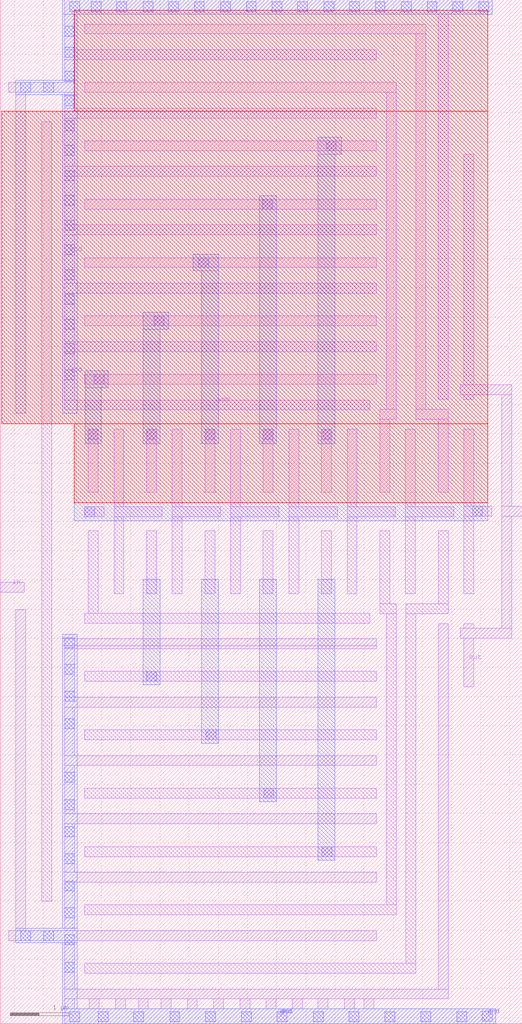
<source format=lef>
VERSION 5.7 ;
  NOWIREEXTENSIONATPIN ON ;
  DIVIDERCHAR "/" ;
  BUSBITCHARS "[]" ;
MACRO CP
  CLASS CORE ;
  FOREIGN CP ;
  ORIGIN 0.000 0.000 ;
  SIZE 20.670 BY 6.400 ;
  SITE unithddb1 ;
  PIN VDD
    DIRECTION INOUT ;
    USE POWER ;
    PORT
      LAYER nwell ;
        RECT 0.120 4.670 20.660 6.260 ;
        RECT 0.120 4.360 8.160 4.670 ;
        RECT 1.960 4.230 8.160 4.360 ;
        RECT 2.300 4.080 8.160 4.230 ;
        RECT 2.410 4.030 8.160 4.080 ;
        RECT 11.580 3.930 20.660 4.670 ;
        RECT 11.580 3.890 19.420 3.930 ;
        RECT 11.580 3.880 12.880 3.890 ;
        RECT 11.580 3.580 12.510 3.880 ;
      LAYER li1 ;
        RECT 0.000 6.070 20.660 6.240 ;
        RECT 2.480 5.850 20.480 6.070 ;
        RECT 13.380 4.200 20.150 4.410 ;
      LAYER mcon ;
        RECT 0.210 6.070 0.380 6.240 ;
        RECT 0.550 6.070 0.720 6.240 ;
        RECT 0.890 6.070 1.060 6.240 ;
        RECT 1.230 6.070 1.400 6.240 ;
        RECT 1.570 6.070 1.740 6.240 ;
        RECT 1.910 6.070 2.080 6.240 ;
        RECT 2.250 6.070 2.420 6.240 ;
        RECT 2.590 6.070 2.760 6.240 ;
        RECT 2.930 6.070 3.100 6.240 ;
        RECT 3.270 6.070 3.440 6.240 ;
        RECT 3.610 6.070 3.780 6.240 ;
        RECT 3.950 6.070 4.120 6.240 ;
        RECT 4.290 6.070 4.460 6.240 ;
        RECT 4.630 6.070 4.800 6.240 ;
        RECT 4.970 6.070 5.140 6.240 ;
        RECT 5.310 6.070 5.480 6.240 ;
        RECT 5.650 6.070 5.820 6.240 ;
        RECT 5.990 6.070 6.160 6.240 ;
        RECT 6.330 6.070 6.500 6.240 ;
        RECT 6.670 6.070 6.840 6.240 ;
        RECT 7.010 6.070 7.180 6.240 ;
        RECT 7.350 6.070 7.520 6.240 ;
        RECT 7.690 6.070 7.860 6.240 ;
        RECT 8.030 6.070 8.200 6.240 ;
        RECT 8.370 6.070 8.540 6.240 ;
        RECT 8.710 6.070 8.880 6.240 ;
        RECT 9.050 6.070 9.220 6.240 ;
        RECT 9.390 6.070 9.560 6.240 ;
        RECT 9.730 6.070 9.900 6.240 ;
        RECT 10.070 6.070 10.240 6.240 ;
        RECT 10.410 6.070 10.580 6.240 ;
        RECT 10.750 6.070 10.920 6.240 ;
        RECT 11.090 6.070 11.260 6.240 ;
        RECT 11.430 6.070 11.600 6.240 ;
        RECT 11.770 6.070 11.940 6.240 ;
        RECT 12.110 6.070 12.280 6.240 ;
        RECT 12.450 6.070 12.620 6.240 ;
        RECT 12.790 6.070 12.960 6.240 ;
        RECT 13.130 6.070 13.300 6.240 ;
        RECT 13.470 6.070 13.640 6.240 ;
        RECT 13.810 6.070 13.980 6.240 ;
        RECT 14.150 6.070 14.320 6.240 ;
        RECT 14.490 6.070 14.660 6.240 ;
        RECT 14.830 6.070 15.000 6.240 ;
        RECT 15.170 6.070 15.340 6.240 ;
        RECT 15.510 6.070 15.680 6.240 ;
        RECT 15.850 6.070 16.020 6.240 ;
        RECT 16.190 6.070 16.360 6.240 ;
        RECT 16.530 6.070 16.700 6.240 ;
        RECT 16.870 6.070 17.040 6.240 ;
        RECT 17.210 6.070 17.380 6.240 ;
        RECT 17.550 6.070 17.720 6.240 ;
        RECT 17.890 6.070 18.060 6.240 ;
        RECT 18.230 6.070 18.400 6.240 ;
        RECT 18.570 6.070 18.740 6.240 ;
        RECT 18.910 6.070 19.080 6.240 ;
        RECT 19.250 6.070 19.420 6.240 ;
        RECT 19.590 6.070 19.760 6.240 ;
        RECT 19.930 6.070 20.100 6.240 ;
        RECT 20.270 6.070 20.440 6.240 ;
        RECT 18.820 4.220 18.990 4.390 ;
        RECT 19.250 4.220 19.420 4.390 ;
      LAYER met1 ;
        RECT 0.000 5.920 20.660 6.400 ;
        RECT 18.760 4.460 19.460 5.920 ;
        RECT 18.760 4.160 19.480 4.460 ;
    END
    PORT
      LAYER nwell ;
        RECT 0.600 1.170 3.150 1.680 ;
        RECT 0.600 0.320 3.900 1.170 ;
        RECT 10.550 1.150 11.390 1.600 ;
        RECT 10.550 0.310 12.410 1.150 ;
      LAYER li1 ;
        RECT 3.220 0.320 3.900 0.730 ;
        RECT 11.600 0.320 12.410 0.820 ;
        RECT 0.000 0.150 20.670 0.320 ;
      LAYER mcon ;
        RECT 0.210 0.150 0.380 0.320 ;
        RECT 0.550 0.150 0.720 0.320 ;
        RECT 0.890 0.150 1.060 0.320 ;
        RECT 1.230 0.150 1.400 0.320 ;
        RECT 1.570 0.150 1.740 0.320 ;
        RECT 1.910 0.150 2.080 0.320 ;
        RECT 2.250 0.150 2.420 0.320 ;
        RECT 2.590 0.150 2.760 0.320 ;
        RECT 2.930 0.150 3.100 0.320 ;
        RECT 3.270 0.150 3.440 0.320 ;
        RECT 3.610 0.150 3.780 0.320 ;
        RECT 3.950 0.150 4.120 0.320 ;
        RECT 4.290 0.150 4.460 0.320 ;
        RECT 4.630 0.150 4.800 0.320 ;
        RECT 4.970 0.150 5.140 0.320 ;
        RECT 5.310 0.150 5.480 0.320 ;
        RECT 5.650 0.150 5.820 0.320 ;
        RECT 5.990 0.150 6.160 0.320 ;
        RECT 6.330 0.150 6.500 0.320 ;
        RECT 6.670 0.150 6.840 0.320 ;
        RECT 7.010 0.150 7.180 0.320 ;
        RECT 7.350 0.150 7.520 0.320 ;
        RECT 7.690 0.150 7.860 0.320 ;
        RECT 8.030 0.150 8.200 0.320 ;
        RECT 8.370 0.150 8.540 0.320 ;
        RECT 8.710 0.150 8.880 0.320 ;
        RECT 9.050 0.150 9.220 0.320 ;
        RECT 9.390 0.150 9.560 0.320 ;
        RECT 9.730 0.150 9.900 0.320 ;
        RECT 10.070 0.150 10.240 0.320 ;
        RECT 10.410 0.150 10.580 0.320 ;
        RECT 10.750 0.150 10.920 0.320 ;
        RECT 11.090 0.150 11.260 0.320 ;
        RECT 11.430 0.150 11.600 0.320 ;
        RECT 11.770 0.150 11.940 0.320 ;
        RECT 12.110 0.150 12.280 0.320 ;
        RECT 12.450 0.150 12.620 0.320 ;
        RECT 12.790 0.150 12.960 0.320 ;
        RECT 13.130 0.150 13.300 0.320 ;
        RECT 13.470 0.150 13.640 0.320 ;
        RECT 13.810 0.150 13.980 0.320 ;
        RECT 14.150 0.150 14.320 0.320 ;
        RECT 14.490 0.150 14.660 0.320 ;
        RECT 14.830 0.150 15.000 0.320 ;
        RECT 15.170 0.150 15.340 0.320 ;
        RECT 15.510 0.150 15.680 0.320 ;
        RECT 15.850 0.150 16.020 0.320 ;
        RECT 16.190 0.150 16.360 0.320 ;
        RECT 16.530 0.150 16.700 0.320 ;
        RECT 16.870 0.150 17.040 0.320 ;
        RECT 17.210 0.150 17.380 0.320 ;
        RECT 17.550 0.150 17.720 0.320 ;
        RECT 17.890 0.150 18.060 0.320 ;
        RECT 18.230 0.150 18.400 0.320 ;
        RECT 18.570 0.150 18.740 0.320 ;
        RECT 18.910 0.150 19.080 0.320 ;
        RECT 19.250 0.150 19.420 0.320 ;
        RECT 19.590 0.150 19.760 0.320 ;
        RECT 19.930 0.150 20.100 0.320 ;
      LAYER met1 ;
        RECT 0.000 0.000 20.670 0.480 ;
    END
  END VDD
  PIN GND
    DIRECTION INOUT ;
    USE GROUND ;
    PORT
      LAYER li1 ;
        RECT 1.300 3.270 6.370 3.550 ;
        RECT 8.600 3.270 9.020 3.520 ;
        RECT 0.010 3.100 10.410 3.270 ;
        RECT 11.140 3.100 20.660 3.270 ;
        RECT 0.930 2.040 1.120 3.100 ;
        RECT 2.170 2.040 2.360 3.100 ;
        RECT 4.010 2.730 9.250 3.100 ;
        RECT 12.080 2.820 19.570 3.100 ;
        RECT 4.010 2.720 9.420 2.730 ;
        RECT 3.880 2.550 9.420 2.720 ;
        RECT 4.620 2.540 9.420 2.550 ;
      LAYER mcon ;
        RECT 0.210 3.100 0.380 3.270 ;
        RECT 0.550 3.100 0.720 3.270 ;
        RECT 0.890 3.100 1.060 3.270 ;
        RECT 1.230 3.100 1.400 3.270 ;
        RECT 1.570 3.100 1.740 3.270 ;
        RECT 1.910 3.100 2.080 3.270 ;
        RECT 2.250 3.100 2.420 3.270 ;
        RECT 2.590 3.100 2.760 3.270 ;
        RECT 2.930 3.100 3.100 3.270 ;
        RECT 3.270 3.100 3.440 3.270 ;
        RECT 3.610 3.100 3.780 3.270 ;
        RECT 3.950 3.100 4.120 3.270 ;
        RECT 4.290 3.100 4.460 3.270 ;
        RECT 4.630 3.100 4.800 3.270 ;
        RECT 4.970 3.100 5.140 3.270 ;
        RECT 5.310 3.100 5.480 3.270 ;
        RECT 5.650 3.100 5.820 3.270 ;
        RECT 5.990 3.100 6.160 3.270 ;
        RECT 6.330 3.100 6.500 3.270 ;
        RECT 6.670 3.100 6.840 3.270 ;
        RECT 7.010 3.100 7.180 3.270 ;
        RECT 7.350 3.100 7.520 3.270 ;
        RECT 7.690 3.100 7.860 3.270 ;
        RECT 8.030 3.100 8.200 3.270 ;
        RECT 8.370 3.100 8.540 3.270 ;
        RECT 8.710 3.100 8.880 3.270 ;
        RECT 9.050 3.100 9.220 3.270 ;
        RECT 9.390 3.100 9.560 3.270 ;
        RECT 9.730 3.100 9.900 3.270 ;
        RECT 10.070 3.100 10.240 3.270 ;
        RECT 11.430 3.100 11.600 3.270 ;
        RECT 11.770 3.100 11.940 3.270 ;
        RECT 12.110 3.100 12.280 3.270 ;
        RECT 12.450 3.100 12.620 3.270 ;
        RECT 12.790 3.100 12.960 3.270 ;
        RECT 13.130 3.100 13.300 3.270 ;
        RECT 13.470 3.100 13.640 3.270 ;
        RECT 13.810 3.100 13.980 3.270 ;
        RECT 14.150 3.100 14.320 3.270 ;
        RECT 14.490 3.100 14.660 3.270 ;
        RECT 14.830 3.100 15.000 3.270 ;
        RECT 15.170 3.100 15.340 3.270 ;
        RECT 15.510 3.100 15.680 3.270 ;
        RECT 15.850 3.100 16.020 3.270 ;
        RECT 16.190 3.100 16.360 3.270 ;
        RECT 16.530 3.100 16.700 3.270 ;
        RECT 16.870 3.100 17.040 3.270 ;
        RECT 17.210 3.100 17.380 3.270 ;
        RECT 17.550 3.100 17.720 3.270 ;
        RECT 17.890 3.100 18.060 3.270 ;
        RECT 18.230 3.100 18.400 3.270 ;
        RECT 18.570 3.100 18.740 3.270 ;
        RECT 18.910 3.100 19.080 3.270 ;
        RECT 19.250 3.100 19.420 3.270 ;
        RECT 19.590 3.100 19.760 3.270 ;
        RECT 19.930 3.100 20.100 3.270 ;
      LAYER met1 ;
        RECT 0.010 2.960 20.660 3.440 ;
    END
  END GND
  PIN Up
    DIRECTION INPUT ;
    USE SIGNAL ;
    ANTENNAGATEAREA 0.225000 ;
    PORT
      LAYER li1 ;
        RECT 10.100 2.490 10.270 2.820 ;
        RECT 1.940 1.660 2.270 1.830 ;
      LAYER mcon ;
        RECT 10.100 2.570 10.270 2.740 ;
        RECT 2.020 1.660 2.190 1.830 ;
      LAYER met1 ;
        RECT 10.020 2.490 10.340 2.810 ;
        RECT 1.940 1.580 2.260 1.900 ;
      LAYER via ;
        RECT 10.050 2.520 10.310 2.780 ;
        RECT 1.970 1.610 2.230 1.870 ;
      LAYER met2 ;
        RECT 9.470 2.490 10.340 2.810 ;
        RECT 1.760 1.610 2.260 1.900 ;
        RECT 1.760 1.100 2.090 1.610 ;
        RECT 9.470 1.100 9.840 2.490 ;
        RECT 1.760 1.090 9.840 1.100 ;
        RECT 0.010 0.730 9.840 1.090 ;
    END
  END Up
  PIN Down
    DIRECTION INPUT ;
    USE SIGNAL ;
    ANTENNAGATEAREA 0.972000 ;
    PORT
      LAYER li1 ;
        RECT 2.040 4.030 2.210 4.360 ;
        RECT 0.700 1.660 1.030 1.830 ;
      LAYER mcon ;
        RECT 2.040 4.110 2.210 4.280 ;
        RECT 0.780 1.660 0.950 1.830 ;
      LAYER met1 ;
        RECT 1.960 4.030 2.280 4.350 ;
        RECT 0.710 1.580 1.030 1.900 ;
      LAYER via ;
        RECT 1.990 4.060 2.250 4.320 ;
        RECT 0.740 1.610 1.000 1.870 ;
      LAYER met2 ;
        RECT 1.840 4.330 2.280 4.350 ;
        RECT 0.600 4.030 2.280 4.330 ;
        RECT 0.600 3.970 2.270 4.030 ;
        RECT 0.600 2.720 0.920 3.970 ;
        RECT 0.010 2.410 0.920 2.720 ;
        RECT 0.600 1.900 0.920 2.410 ;
        RECT 0.600 1.580 1.030 1.900 ;
    END
  END Down
  PIN Out
    DIRECTION OUTPUT ;
    USE SIGNAL ;
    ANTENNADIFFAREA 0.277200 ;
    PORT
      LAYER li1 ;
        RECT 11.850 3.870 20.660 4.020 ;
        RECT 10.610 3.490 20.660 3.870 ;
        RECT 10.610 3.480 11.960 3.490 ;
        RECT 10.610 2.730 10.960 3.480 ;
        RECT 10.540 2.560 10.960 2.730 ;
    END
  END Out
  PIN ENb
    DIRECTION INPUT ;
    USE SIGNAL ;
    ANTENNAGATEAREA 2.700000 ;
    PORT
      LAYER li1 ;
        RECT 0.510 4.810 0.960 5.050 ;
    END
  END ENb
  OBS
      LAYER li1 ;
        RECT 1.720 5.390 20.480 5.580 ;
        RECT 8.370 5.340 8.750 5.390 ;
        RECT 9.630 5.340 10.010 5.390 ;
        RECT 11.870 5.340 12.250 5.390 ;
        RECT 1.220 4.900 2.160 5.090 ;
        RECT 2.480 4.900 20.480 5.090 ;
        RECT 8.370 4.850 8.750 4.900 ;
        RECT 9.630 4.850 10.010 4.900 ;
        RECT 2.480 4.350 9.020 4.520 ;
        RECT 11.870 4.500 12.250 4.900 ;
        RECT 7.990 3.760 8.240 4.350 ;
        RECT 8.430 4.300 9.020 4.350 ;
        RECT 11.850 4.310 12.270 4.500 ;
        RECT 8.480 4.250 9.020 4.300 ;
        RECT 8.550 4.190 9.020 4.250 ;
        RECT 8.600 3.830 9.020 4.190 ;
        RECT 11.220 4.080 11.550 4.250 ;
        RECT 7.950 3.590 8.280 3.760 ;
        RECT 1.410 2.500 1.670 2.760 ;
        RECT 0.930 0.690 1.120 1.450 ;
        RECT 1.410 0.730 1.600 2.500 ;
        RECT 2.650 1.740 2.840 2.400 ;
        RECT 3.370 2.060 4.320 2.250 ;
        RECT 10.540 2.220 10.960 2.250 ;
        RECT 9.990 2.170 10.960 2.220 ;
        RECT 4.620 1.980 10.960 2.170 ;
        RECT 2.170 0.700 2.360 1.460 ;
        RECT 2.650 1.380 4.310 1.740 ;
        RECT 4.620 1.500 11.150 1.690 ;
        RECT 2.650 0.740 2.840 1.380 ;
        RECT 10.170 1.100 10.420 1.500 ;
        RECT 10.600 1.460 11.150 1.500 ;
        RECT 10.670 1.420 11.150 1.460 ;
        RECT 10.720 1.370 11.150 1.420 ;
        RECT 10.730 1.170 11.150 1.370 ;
        RECT 10.130 0.930 10.460 1.100 ;
        RECT 10.730 0.690 11.150 0.900 ;
      LAYER mcon ;
        RECT 12.810 5.400 12.980 5.570 ;
        RECT 13.150 5.400 13.320 5.570 ;
        RECT 11.300 4.080 11.470 4.250 ;
        RECT 1.460 2.540 1.630 2.710 ;
        RECT 0.940 1.110 1.110 1.280 ;
        RECT 0.940 0.770 1.110 0.940 ;
        RECT 2.180 1.120 2.350 1.290 ;
        RECT 2.180 0.780 2.350 0.950 ;
        RECT 10.860 0.720 11.030 0.890 ;
      LAYER met1 ;
        RECT 12.750 5.340 13.430 5.630 ;
        RECT 11.220 4.020 11.540 4.320 ;
        RECT 1.380 2.460 1.700 2.780 ;
        RECT 12.680 1.540 13.470 2.290 ;
        RECT 0.900 0.990 1.150 1.340 ;
        RECT 2.140 0.990 2.390 1.350 ;
        RECT 12.680 0.990 13.160 1.540 ;
        RECT 0.900 0.690 13.160 0.990 ;
      LAYER via ;
        RECT 12.930 5.340 13.190 5.600 ;
        RECT 11.250 4.030 11.510 4.290 ;
        RECT 1.410 2.490 1.670 2.750 ;
        RECT 12.810 1.740 13.350 2.100 ;
      LAYER met2 ;
        RECT 8.700 4.000 11.540 4.320 ;
        RECT 8.700 3.000 9.170 4.000 ;
        RECT 1.380 2.600 9.170 3.000 ;
        RECT 1.380 2.460 1.700 2.600 ;
        RECT 12.780 1.710 13.390 5.630 ;
  END
END CP
MACRO VCO_new
  CLASS BLOCK ;
  FOREIGN VCO_new ;
  ORIGIN 1.740 9.100 ;
  SIZE 8.950 BY 17.540 ;
  PIN in
    ANTENNAGATEAREA 6.000000 ;
    PORT
      LAYER li1 ;
        RECT -1.740 -1.710 -1.330 -1.540 ;
    END
  END in
  PIN vdd
    ANTENNADIFFAREA 12.818000 ;
    PORT
      LAYER li1 ;
        RECT -0.630 8.190 6.700 8.440 ;
        RECT -0.630 7.580 -0.460 8.190 ;
        RECT -0.630 7.410 4.710 7.580 ;
        RECT -0.630 7.020 -0.460 7.410 ;
        RECT -1.590 6.850 -0.460 7.020 ;
        RECT -1.470 1.350 -1.300 6.850 ;
        RECT -0.630 6.580 -0.460 6.850 ;
        RECT -0.630 6.410 4.710 6.580 ;
        RECT -0.630 5.580 -0.460 6.410 ;
        RECT -0.630 5.410 4.710 5.580 ;
        RECT -0.630 4.580 -0.460 5.410 ;
        RECT -0.630 4.410 4.710 4.580 ;
        RECT -0.630 3.580 -0.460 4.410 ;
        RECT -0.630 3.410 4.710 3.580 ;
        RECT -0.630 2.580 -0.460 3.410 ;
        RECT -0.630 2.410 4.710 2.580 ;
        RECT -0.630 1.580 -0.460 2.410 ;
        RECT 5.770 1.590 5.940 8.190 ;
        RECT -0.630 1.410 4.600 1.580 ;
      LAYER mcon ;
        RECT -0.550 8.230 -0.380 8.400 ;
        RECT -0.180 8.230 -0.010 8.400 ;
        RECT 0.260 8.230 0.430 8.400 ;
        RECT 0.710 8.230 0.880 8.400 ;
        RECT 1.150 8.230 1.320 8.400 ;
        RECT 1.590 8.230 1.760 8.400 ;
        RECT 2.040 8.230 2.210 8.400 ;
        RECT 2.480 8.230 2.650 8.400 ;
        RECT 2.920 8.230 3.090 8.400 ;
        RECT 3.360 8.230 3.530 8.400 ;
        RECT 3.810 8.230 3.980 8.400 ;
        RECT 4.250 8.230 4.420 8.400 ;
        RECT 4.690 8.230 4.860 8.400 ;
        RECT 5.140 8.230 5.310 8.400 ;
        RECT 5.580 8.230 5.750 8.400 ;
        RECT 6.020 8.230 6.190 8.400 ;
        RECT 6.470 8.230 6.640 8.400 ;
        RECT -0.630 7.810 -0.460 7.980 ;
        RECT -0.630 7.450 -0.460 7.620 ;
        RECT -0.630 7.040 -0.460 7.210 ;
        RECT -1.390 6.850 -1.220 7.020 ;
        RECT -0.990 6.850 -0.820 7.020 ;
        RECT -0.630 6.620 -0.460 6.790 ;
        RECT -0.630 6.190 -0.460 6.360 ;
        RECT -0.630 5.770 -0.460 5.940 ;
        RECT -0.630 5.340 -0.460 5.510 ;
        RECT -0.630 4.920 -0.460 5.090 ;
        RECT -0.630 4.490 -0.460 4.660 ;
        RECT -0.630 4.070 -0.460 4.240 ;
        RECT -0.630 3.640 -0.460 3.810 ;
        RECT -0.630 3.220 -0.460 3.390 ;
        RECT -0.630 2.790 -0.460 2.960 ;
        RECT -0.630 2.370 -0.460 2.540 ;
        RECT -0.630 1.930 -0.460 2.100 ;
      LAYER met1 ;
        RECT -0.670 8.190 6.700 8.440 ;
        RECT -0.670 7.060 -0.420 8.190 ;
        RECT -1.470 6.810 -0.420 7.060 ;
        RECT -0.670 1.350 -0.420 6.810 ;
    END
  END vdd
  PIN gnd
    ANTENNADIFFAREA 11.913199 ;
    PORT
      LAYER li1 ;
        RECT -1.470 -7.510 -1.300 -2.010 ;
        RECT -0.670 -2.510 -0.420 -2.430 ;
        RECT -0.670 -2.630 4.710 -2.510 ;
        RECT -0.630 -2.680 4.710 -2.630 ;
        RECT -0.630 -3.510 -0.460 -2.680 ;
        RECT -0.630 -3.680 4.710 -3.510 ;
        RECT -0.630 -4.510 -0.460 -3.680 ;
        RECT -0.630 -4.680 4.710 -4.510 ;
        RECT -0.630 -5.510 -0.460 -4.680 ;
        RECT -0.630 -5.680 4.710 -5.510 ;
        RECT -0.630 -6.510 -0.460 -5.680 ;
        RECT -0.630 -6.680 4.710 -6.510 ;
        RECT -0.630 -7.510 -0.460 -6.680 ;
        RECT -1.590 -7.680 4.710 -7.510 ;
        RECT -0.630 -8.510 -0.460 -7.680 ;
        RECT 5.770 -8.510 5.940 -2.250 ;
        RECT -0.630 -8.680 5.940 -8.510 ;
        RECT -0.630 -8.850 -0.460 -8.680 ;
        RECT -0.210 -8.850 -0.040 -8.680 ;
        RECT 0.240 -8.850 0.410 -8.680 ;
        RECT 0.630 -8.850 0.800 -8.680 ;
        RECT 1.020 -8.850 1.190 -8.680 ;
        RECT 1.470 -8.850 1.640 -8.680 ;
        RECT 1.920 -8.850 2.090 -8.680 ;
        RECT 2.370 -8.850 2.540 -8.680 ;
        RECT 2.820 -8.850 2.990 -8.680 ;
        RECT 3.270 -8.850 3.440 -8.680 ;
        RECT 3.710 -8.850 3.880 -8.680 ;
        RECT 4.160 -8.850 4.330 -8.680 ;
        RECT 4.500 -8.850 4.670 -8.680 ;
        RECT -0.630 -9.100 6.760 -8.850 ;
      LAYER mcon ;
        RECT -0.630 -2.660 -0.460 -2.490 ;
        RECT -0.630 -3.120 -0.460 -2.950 ;
        RECT -0.630 -3.580 -0.460 -3.410 ;
        RECT -0.630 -4.050 -0.460 -3.880 ;
        RECT -0.630 -4.970 -0.460 -4.800 ;
        RECT -0.630 -5.440 -0.460 -5.270 ;
        RECT -0.630 -5.900 -0.460 -5.730 ;
        RECT -0.630 -6.360 -0.460 -6.190 ;
        RECT -0.630 -6.830 -0.460 -6.660 ;
        RECT -0.630 -7.290 -0.460 -7.120 ;
        RECT -1.390 -7.680 -1.220 -7.510 ;
        RECT -0.990 -7.680 -0.820 -7.510 ;
        RECT -0.630 -7.750 -0.460 -7.580 ;
        RECT -0.630 -8.220 -0.460 -8.050 ;
        RECT -0.550 -9.070 -0.380 -8.900 ;
        RECT -0.060 -9.070 0.110 -8.900 ;
        RECT 0.550 -9.070 0.720 -8.900 ;
        RECT 1.170 -9.070 1.340 -8.900 ;
        RECT 1.780 -9.070 1.950 -8.900 ;
        RECT 2.400 -9.070 2.570 -8.900 ;
        RECT 3.010 -9.070 3.180 -8.900 ;
        RECT 3.630 -9.070 3.800 -8.900 ;
        RECT 4.240 -9.070 4.410 -8.900 ;
        RECT 4.860 -9.070 5.030 -8.900 ;
        RECT 5.470 -9.070 5.640 -8.900 ;
        RECT 6.090 -9.070 6.260 -8.900 ;
        RECT 6.530 -9.060 6.700 -8.890 ;
      LAYER met1 ;
        RECT -0.670 -7.470 -0.420 -2.430 ;
        RECT -1.470 -7.720 -0.420 -7.470 ;
        RECT -0.670 -8.850 -0.420 -7.720 ;
        RECT -0.670 -9.100 6.760 -8.850 ;
    END
  END gnd
  PIN out
    ANTENNADIFFAREA 1.531200 ;
    PORT
      LAYER li1 ;
        RECT 6.210 1.840 6.380 5.790 ;
        RECT 6.150 1.670 7.030 1.840 ;
        RECT 6.210 1.590 6.380 1.670 ;
        RECT 6.860 -0.240 7.030 1.670 ;
        RECT 6.860 -0.410 7.210 -0.240 ;
        RECT 6.210 -2.330 6.380 -2.250 ;
        RECT 6.860 -2.330 7.030 -0.410 ;
        RECT 6.150 -2.500 7.030 -2.330 ;
        RECT 6.210 -3.330 6.380 -2.500 ;
    END
  END out
  OBS
      LAYER nwell ;
        RECT -0.470 6.530 6.620 8.260 ;
        RECT -1.710 1.170 6.620 6.530 ;
        RECT -0.470 -0.180 6.620 1.170 ;
      LAYER li1 ;
        RECT -0.290 7.850 5.560 8.020 ;
        RECT -0.290 6.850 5.050 7.020 ;
        RECT -1.030 -7.010 -0.860 6.350 ;
        RECT -0.290 5.850 4.710 6.020 ;
        RECT -0.290 4.850 4.710 5.020 ;
        RECT -0.290 3.850 4.710 4.020 ;
        RECT -0.290 2.850 4.710 3.020 ;
        RECT -0.290 1.850 4.710 2.020 ;
        RECT 4.880 1.420 5.050 6.850 ;
        RECT 4.770 1.250 5.050 1.420 ;
        RECT 5.390 1.420 5.560 7.850 ;
        RECT 5.390 1.250 5.940 1.420 ;
        RECT -0.230 0.000 -0.060 1.080 ;
        RECT 0.210 -0.250 0.380 1.080 ;
        RECT 0.770 0.000 0.940 1.080 ;
        RECT 1.210 -0.250 1.380 1.080 ;
        RECT 1.770 0.000 1.940 1.080 ;
        RECT 2.210 -0.250 2.380 1.080 ;
        RECT 2.770 0.000 2.940 1.080 ;
        RECT 3.210 -0.250 3.380 1.080 ;
        RECT 3.770 0.000 3.940 1.080 ;
        RECT 4.210 -0.250 4.380 1.080 ;
        RECT 4.770 0.000 4.940 1.250 ;
        RECT 5.210 -0.250 5.380 1.080 ;
        RECT 5.770 0.000 5.940 1.250 ;
        RECT 6.210 -0.240 6.380 1.080 ;
        RECT -0.290 -0.420 0.040 -0.250 ;
        RECT 0.210 -0.420 1.040 -0.250 ;
        RECT 1.210 -0.420 2.040 -0.250 ;
        RECT 2.210 -0.420 3.040 -0.250 ;
        RECT 3.210 -0.420 4.040 -0.250 ;
        RECT 4.210 -0.420 5.040 -0.250 ;
        RECT 5.210 -0.420 6.040 -0.250 ;
        RECT 6.210 -0.410 6.690 -0.240 ;
        RECT -0.230 -2.070 -0.060 -0.660 ;
        RECT 0.210 -1.740 0.380 -0.420 ;
        RECT 0.770 -1.740 0.940 -0.660 ;
        RECT 1.210 -1.740 1.380 -0.420 ;
        RECT 1.770 -1.740 1.940 -0.660 ;
        RECT 2.210 -1.740 2.380 -0.420 ;
        RECT 2.770 -1.740 2.940 -0.660 ;
        RECT 3.210 -1.740 3.380 -0.420 ;
        RECT 3.770 -1.740 3.940 -0.660 ;
        RECT 4.210 -1.740 4.380 -0.420 ;
        RECT 4.770 -1.910 4.940 -0.660 ;
        RECT 5.210 -1.740 5.380 -0.420 ;
        RECT 5.770 -1.910 5.940 -0.660 ;
        RECT 6.210 -1.740 6.380 -0.410 ;
        RECT -0.290 -2.240 4.600 -2.070 ;
        RECT 4.770 -2.080 5.050 -1.910 ;
        RECT -0.290 -3.240 4.710 -3.070 ;
        RECT -0.290 -4.240 4.710 -4.070 ;
        RECT -0.290 -5.240 4.710 -5.070 ;
        RECT -0.290 -6.240 4.710 -6.070 ;
        RECT 4.880 -7.070 5.050 -2.080 ;
        RECT -0.290 -7.240 5.050 -7.070 ;
        RECT 5.220 -2.080 5.940 -1.910 ;
        RECT 5.220 -8.070 5.390 -2.080 ;
        RECT -0.290 -8.240 5.390 -8.070 ;
      LAYER mcon ;
        RECT 3.850 5.850 4.020 6.020 ;
        RECT 2.760 4.850 2.930 5.020 ;
        RECT 1.660 3.850 1.830 4.020 ;
        RECT 0.900 2.850 1.070 3.020 ;
        RECT -0.130 1.850 0.040 2.020 ;
        RECT -0.230 0.910 -0.060 1.080 ;
        RECT 0.770 0.910 0.940 1.080 ;
        RECT 1.770 0.910 1.940 1.080 ;
        RECT 2.770 0.910 2.940 1.080 ;
        RECT 3.770 0.910 3.940 1.080 ;
        RECT -0.290 -0.420 -0.120 -0.250 ;
        RECT 6.360 -0.410 6.530 -0.240 ;
        RECT 0.770 -3.240 0.940 -3.070 ;
        RECT 1.790 -4.240 1.960 -4.070 ;
        RECT 2.780 -5.240 2.950 -5.070 ;
        RECT 3.780 -6.240 3.950 -6.070 ;
      LAYER met1 ;
        RECT 3.710 5.790 4.110 6.080 ;
        RECT 1.570 3.790 2.000 4.080 ;
        RECT 0.710 2.790 1.150 3.080 ;
        RECT -0.280 1.790 0.110 2.080 ;
        RECT -0.280 0.830 -0.010 1.790 ;
        RECT 0.710 0.830 1.000 2.790 ;
        RECT 1.710 0.830 2.000 3.790 ;
        RECT 2.710 0.830 3.000 5.080 ;
        RECT 3.710 0.830 4.000 5.790 ;
        RECT -0.470 -0.490 6.620 -0.180 ;
        RECT 0.710 -3.300 1.000 -1.490 ;
        RECT 1.710 -4.300 2.000 -1.490 ;
        RECT 2.710 -5.300 3.000 -1.490 ;
        RECT 3.710 -6.300 4.000 -1.490 ;
  END
END VCO_new
MACRO PFD
  CLASS CORE ;
  FOREIGN PFD ;
  ORIGIN 0.000 0.000 ;
  SIZE 7.670 BY 6.400 ;
  SITE unithddb1 ;
  PIN Clk_Ref
    DIRECTION INPUT ;
    USE SIGNAL ;
    ANTENNAGATEAREA 0.879000 ;
    ANTENNADIFFAREA 0.214500 ;
    PORT
      LAYER li1 ;
        RECT 2.420 5.520 3.520 5.710 ;
        RECT 2.420 5.210 2.650 5.520 ;
        RECT 0.040 1.740 0.310 3.510 ;
        RECT 0.040 1.450 2.100 1.740 ;
    END
  END Clk_Ref
  PIN Up
    DIRECTION OUTPUT ;
    USE SIGNAL ;
    ANTENNADIFFAREA 0.427200 ;
    PORT
      LAYER li1 ;
        RECT 6.270 4.780 6.560 5.780 ;
        RECT 6.390 4.040 6.560 4.780 ;
        RECT 6.260 3.560 6.560 4.040 ;
    END
  END Up
  PIN Down
    DIRECTION OUTPUT ;
    USE SIGNAL ;
    ANTENNADIFFAREA 0.427200 ;
    PORT
      LAYER li1 ;
        RECT 6.520 1.930 6.810 2.930 ;
        RECT 6.640 1.190 6.810 1.930 ;
        RECT 6.510 0.710 6.810 1.190 ;
    END
  END Down
  PIN Clk2
    DIRECTION INPUT ;
    USE SIGNAL ;
    ANTENNAGATEAREA 0.879000 ;
    ANTENNADIFFAREA 0.214500 ;
    PORT
      LAYER li1 ;
        RECT 0.900 2.060 1.230 2.230 ;
        RECT 4.700 1.850 4.890 2.720 ;
        RECT 4.390 1.620 4.890 1.850 ;
      LAYER mcon ;
        RECT 0.980 2.060 1.150 2.230 ;
      LAYER met1 ;
        RECT 0.710 2.010 1.210 2.290 ;
    END
  END Clk2
  PIN GND
    DIRECTION INOUT ;
    USE GROUND ;
    PORT
      LAYER li1 ;
        RECT 4.340 3.290 5.010 4.100 ;
        RECT 5.780 3.360 6.000 3.880 ;
        RECT 5.560 3.290 6.230 3.360 ;
        RECT 4.340 3.120 7.670 3.290 ;
        RECT 0.780 2.760 0.990 2.780 ;
        RECT 0.700 2.590 1.060 2.760 ;
        RECT 0.780 2.510 0.990 2.590 ;
        RECT 1.730 0.920 1.910 1.280 ;
        RECT 6.030 0.700 6.250 1.030 ;
      LAYER mcon ;
        RECT 4.940 3.120 5.110 3.290 ;
        RECT 5.280 3.120 5.450 3.290 ;
        RECT 5.620 3.120 5.790 3.290 ;
        RECT 5.960 3.120 6.130 3.290 ;
        RECT 6.300 3.120 6.470 3.290 ;
        RECT 6.640 3.120 6.810 3.290 ;
        RECT 0.800 2.590 0.970 2.760 ;
        RECT 1.740 1.010 1.910 1.180 ;
        RECT 6.070 0.780 6.240 0.950 ;
      LAYER met1 ;
        RECT 0.000 2.960 7.670 3.440 ;
        RECT 0.740 2.530 1.040 2.960 ;
        RECT 2.280 1.240 2.520 2.960 ;
        RECT 1.680 0.950 2.520 1.240 ;
        RECT 5.600 1.010 5.870 2.960 ;
        RECT 5.600 0.720 6.270 1.010 ;
    END
  END GND
  PIN VDD
    DIRECTION INOUT ;
    USE POWER ;
    PORT
      LAYER nwell ;
        RECT 0.890 5.350 7.670 6.400 ;
        RECT 1.370 4.790 7.670 5.350 ;
        RECT 5.050 4.600 7.670 4.790 ;
      LAYER li1 ;
        RECT 0.000 6.050 7.670 6.220 ;
        RECT 1.650 5.720 2.070 6.050 ;
        RECT 1.510 5.510 2.220 5.720 ;
        RECT 5.770 5.080 6.000 6.050 ;
      LAYER mcon ;
        RECT 0.800 6.050 0.970 6.220 ;
        RECT 1.140 6.050 1.310 6.220 ;
        RECT 1.480 6.050 1.650 6.220 ;
        RECT 1.820 6.050 1.990 6.220 ;
        RECT 2.160 6.050 2.330 6.220 ;
        RECT 2.500 6.050 2.670 6.220 ;
        RECT 2.840 6.050 3.010 6.220 ;
        RECT 3.180 6.050 3.350 6.220 ;
        RECT 3.520 6.050 3.690 6.220 ;
        RECT 3.860 6.050 4.030 6.220 ;
        RECT 4.200 6.050 4.370 6.220 ;
        RECT 4.540 6.050 4.710 6.220 ;
        RECT 4.880 6.050 5.050 6.220 ;
        RECT 5.220 6.050 5.390 6.220 ;
        RECT 5.560 6.050 5.730 6.220 ;
        RECT 5.900 6.050 6.070 6.220 ;
        RECT 6.240 6.050 6.410 6.220 ;
        RECT 6.580 6.050 6.750 6.220 ;
      LAYER met1 ;
        RECT 0.000 5.920 7.670 6.400 ;
    END
    PORT
      LAYER nwell ;
        RECT 6.770 3.070 7.670 3.080 ;
        RECT 4.430 2.950 7.670 3.070 ;
        RECT 3.970 1.570 7.670 2.950 ;
        RECT 3.970 0.310 5.140 1.570 ;
      LAYER li1 ;
        RECT 6.020 2.540 6.250 2.930 ;
        RECT 7.040 2.660 7.450 2.830 ;
        RECT 6.020 2.250 6.330 2.540 ;
        RECT 7.100 2.370 7.400 2.660 ;
        RECT 6.020 2.230 6.250 2.250 ;
        RECT 7.040 2.200 7.450 2.370 ;
        RECT 7.100 1.930 7.400 2.200 ;
        RECT 7.040 1.760 7.450 1.930 ;
        RECT 4.690 0.310 4.900 1.420 ;
        RECT 0.000 0.140 7.670 0.310 ;
      LAYER mcon ;
        RECT 6.160 2.310 6.330 2.480 ;
        RECT 7.140 2.180 7.350 2.390 ;
        RECT 0.800 0.140 0.970 0.310 ;
        RECT 1.140 0.140 1.310 0.310 ;
        RECT 1.480 0.140 1.650 0.310 ;
        RECT 1.820 0.140 1.990 0.310 ;
        RECT 2.160 0.140 2.330 0.310 ;
        RECT 2.500 0.140 2.670 0.310 ;
        RECT 2.840 0.140 3.010 0.310 ;
        RECT 3.180 0.140 3.350 0.310 ;
        RECT 3.520 0.140 3.690 0.310 ;
        RECT 3.860 0.140 4.030 0.310 ;
        RECT 4.200 0.140 4.370 0.310 ;
        RECT 4.540 0.140 4.710 0.310 ;
        RECT 4.880 0.140 5.050 0.310 ;
        RECT 5.220 0.140 5.390 0.310 ;
        RECT 5.560 0.140 5.730 0.310 ;
        RECT 5.900 0.140 6.070 0.310 ;
        RECT 6.240 0.140 6.410 0.310 ;
        RECT 6.580 0.140 6.750 0.310 ;
      LAYER met1 ;
        RECT 6.100 2.250 7.410 2.540 ;
        RECT 6.560 2.070 7.410 2.250 ;
        RECT 6.560 0.480 6.860 2.070 ;
        RECT 0.000 0.000 7.670 0.480 ;
    END
  END VDD
  OBS
      LAYER li1 ;
        RECT 1.550 4.880 2.240 5.240 ;
        RECT 0.370 4.630 2.240 4.880 ;
        RECT 2.840 5.040 3.550 5.230 ;
        RECT 0.370 3.950 0.640 4.630 ;
        RECT 2.840 4.570 3.280 5.040 ;
        RECT 5.260 4.910 5.480 5.780 ;
        RECT 5.260 4.740 6.100 4.910 ;
        RECT 5.900 4.610 6.100 4.740 ;
        RECT 2.840 4.450 5.710 4.570 ;
        RECT 0.870 4.400 5.710 4.450 ;
        RECT 0.870 4.190 3.290 4.400 ;
        RECT 5.900 4.270 6.130 4.610 ;
        RECT 5.900 4.230 6.090 4.270 ;
        RECT 5.250 4.060 6.090 4.230 ;
        RECT 0.370 3.710 3.100 3.950 ;
        RECT 5.250 3.680 5.470 4.060 ;
        RECT 2.860 0.860 3.050 3.320 ;
        RECT 3.340 2.510 3.530 3.320 ;
        RECT 4.220 2.620 4.410 2.750 ;
        RECT 3.950 2.510 4.410 2.620 ;
        RECT 3.340 2.260 4.410 2.510 ;
        RECT 3.340 2.200 3.640 2.260 ;
        RECT 3.340 1.090 3.600 2.200 ;
        RECT 3.950 2.180 4.410 2.260 ;
        RECT 4.220 2.070 4.410 2.180 ;
        RECT 5.510 2.060 5.730 2.930 ;
        RECT 5.510 1.890 6.350 2.060 ;
        RECT 6.160 1.760 6.350 1.890 ;
        RECT 5.140 1.550 5.960 1.720 ;
        RECT 6.160 1.470 6.380 1.760 ;
        RECT 3.340 0.860 3.530 1.090 ;
        RECT 3.960 0.750 4.420 1.440 ;
        RECT 6.150 1.420 6.380 1.470 ;
        RECT 6.150 1.380 6.330 1.420 ;
        RECT 5.500 1.210 6.330 1.380 ;
        RECT 5.500 0.830 5.720 1.210 ;
      LAYER mcon ;
        RECT 2.870 1.240 3.040 1.410 ;
        RECT 3.430 2.230 3.600 2.400 ;
        RECT 5.200 1.550 5.370 1.720 ;
        RECT 4.090 1.000 4.260 1.170 ;
      LAYER met1 ;
        RECT 3.340 2.140 3.690 2.490 ;
        RECT 5.130 1.470 5.450 1.790 ;
        RECT 2.810 1.230 3.790 1.470 ;
        RECT 2.810 1.180 4.320 1.230 ;
        RECT 3.560 0.940 4.320 1.180 ;
      LAYER via ;
        RECT 3.370 2.170 3.660 2.460 ;
        RECT 5.160 1.500 5.420 1.760 ;
      LAYER met2 ;
        RECT 3.340 2.460 3.690 2.490 ;
        RECT 3.340 2.190 5.400 2.460 ;
        RECT 3.340 2.140 3.690 2.190 ;
        RECT 5.140 1.790 5.400 2.190 ;
        RECT 5.130 1.470 5.450 1.790 ;
  END
END PFD
MACRO FD
  CLASS CORE ;
  FOREIGN FD ;
  ORIGIN 0.000 0.000 ;
  SIZE 9.350 BY 3.200 ;
  SITE unithddb1 ;
  PIN Clk_Out
    ANTENNADIFFAREA 0.318700 ;
    PORT
      LAYER li1 ;
        RECT 8.910 2.550 9.090 2.590 ;
        RECT 8.910 1.810 9.200 2.550 ;
        RECT 8.950 1.640 9.200 1.810 ;
        RECT 9.030 0.980 9.200 1.640 ;
        RECT 8.900 0.620 9.200 0.980 ;
    END
  END Clk_Out
  PIN GND
    ANTENNADIFFAREA 1.261200 ;
    PORT
      LAYER li1 ;
        RECT 0.410 0.320 0.580 1.110 ;
        RECT 1.520 0.320 1.690 1.110 ;
        RECT 4.250 0.320 4.420 1.100 ;
        RECT 6.910 0.320 7.080 1.110 ;
        RECT 8.420 0.320 8.640 0.910 ;
        RECT 0.000 0.150 9.350 0.320 ;
      LAYER mcon ;
        RECT 0.160 0.150 0.330 0.320 ;
        RECT 1.000 0.150 1.170 0.320 ;
        RECT 1.800 0.150 1.970 0.320 ;
        RECT 3.150 0.150 3.320 0.320 ;
        RECT 4.070 0.150 4.240 0.320 ;
        RECT 5.130 0.150 5.300 0.320 ;
        RECT 5.970 0.150 6.140 0.320 ;
        RECT 7.150 0.150 7.320 0.320 ;
        RECT 7.990 0.150 8.160 0.320 ;
        RECT 8.830 0.150 9.000 0.320 ;
      LAYER met1 ;
        RECT 0.000 0.000 9.350 0.480 ;
    END
  END GND
  PIN Clk_In
    ANTENNAGATEAREA 0.351000 ;
    PORT
      LAYER li1 ;
        RECT 6.490 2.160 6.660 2.500 ;
        RECT 0.000 1.310 0.660 1.480 ;
        RECT 2.370 0.740 2.700 0.920 ;
      LAYER mcon ;
        RECT 6.490 2.240 6.660 2.410 ;
        RECT 0.410 1.310 0.580 1.480 ;
        RECT 2.450 0.750 2.620 0.920 ;
      LAYER met1 ;
        RECT 0.350 2.180 1.570 2.500 ;
        RECT 6.440 2.490 6.720 2.500 ;
        RECT 0.350 1.270 0.640 2.180 ;
        RECT 1.320 2.070 1.570 2.180 ;
        RECT 6.430 2.070 6.720 2.490 ;
        RECT 1.320 1.820 6.720 2.070 ;
        RECT 0.360 0.980 0.640 1.270 ;
        RECT 0.360 0.690 2.710 0.980 ;
    END
  END Clk_In
  PIN VDD
    ANTENNADIFFAREA 1.829700 ;
    PORT
      LAYER nwell ;
        RECT 0.000 1.850 9.320 3.200 ;
        RECT 0.000 1.490 2.370 1.850 ;
        RECT 3.960 1.840 9.320 1.850 ;
        RECT 3.960 1.490 5.100 1.840 ;
        RECT 6.670 1.600 9.320 1.840 ;
        RECT 6.670 1.550 7.860 1.600 ;
        RECT 6.790 1.480 7.860 1.550 ;
      LAYER li1 ;
        RECT 0.000 2.830 9.320 3.020 ;
        RECT 0.410 1.730 0.580 2.830 ;
        RECT 1.520 1.730 1.690 2.830 ;
        RECT 4.250 1.720 4.420 2.830 ;
        RECT 6.910 1.730 7.080 2.830 ;
        RECT 8.410 2.220 8.640 2.830 ;
      LAYER mcon ;
        RECT 0.550 2.830 0.740 3.020 ;
        RECT 1.370 2.830 1.560 3.020 ;
        RECT 2.820 2.830 3.010 3.020 ;
        RECT 3.600 2.830 3.790 3.020 ;
        RECT 4.540 2.830 4.730 3.020 ;
        RECT 5.620 2.830 5.810 3.020 ;
        RECT 6.820 2.830 7.010 3.020 ;
        RECT 7.680 2.830 7.870 3.020 ;
        RECT 8.540 2.830 8.730 3.020 ;
      LAYER met1 ;
        RECT 0.000 2.720 9.320 3.200 ;
    END
  END VDD
  OBS
      LAYER li1 ;
        RECT 0.850 1.560 1.020 2.450 ;
        RECT 1.960 1.570 2.130 2.450 ;
        RECT 2.440 2.220 2.610 2.550 ;
        RECT 2.940 1.930 3.110 2.460 ;
        RECT 2.390 1.630 3.110 1.930 ;
        RECT 2.390 1.570 2.640 1.630 ;
        RECT 0.850 1.260 1.150 1.560 ;
        RECT 1.430 1.310 1.770 1.480 ;
        RECT 1.960 1.270 2.640 1.570 ;
        RECT 0.850 0.750 1.020 1.260 ;
        RECT 1.960 0.750 2.130 1.270 ;
        RECT 2.940 0.830 3.110 1.630 ;
        RECT 3.380 1.900 3.550 2.460 ;
        RECT 3.380 1.630 4.080 1.900 ;
        RECT 3.380 0.830 3.550 1.630 ;
        RECT 3.910 1.540 4.080 1.630 ;
        RECT 4.690 1.560 4.860 2.440 ;
        RECT 5.590 1.910 5.760 2.450 ;
        RECT 5.090 1.620 5.760 1.910 ;
        RECT 5.090 1.560 5.370 1.620 ;
        RECT 3.910 1.520 4.120 1.540 ;
        RECT 3.910 1.470 4.460 1.520 ;
        RECT 3.910 1.300 4.500 1.470 ;
        RECT 3.910 1.270 4.460 1.300 ;
        RECT 4.690 1.270 5.370 1.560 ;
        RECT 4.690 0.740 4.860 1.270 ;
        RECT 5.090 0.710 5.420 0.880 ;
        RECT 5.590 0.820 5.760 1.620 ;
        RECT 6.030 1.880 6.200 2.450 ;
        RECT 6.030 1.630 6.570 1.880 ;
        RECT 6.030 0.820 6.200 1.630 ;
        RECT 6.380 1.520 6.570 1.630 ;
        RECT 7.350 1.560 7.520 2.450 ;
        RECT 7.900 2.010 8.120 2.590 ;
        RECT 7.900 1.840 8.740 2.010 ;
        RECT 8.550 1.640 8.740 1.840 ;
        RECT 6.790 1.520 7.120 1.530 ;
        RECT 6.380 1.480 7.120 1.520 ;
        RECT 6.380 1.310 7.160 1.480 ;
        RECT 6.380 1.280 7.120 1.310 ;
        RECT 6.380 1.010 6.570 1.280 ;
        RECT 7.350 1.260 7.690 1.560 ;
        RECT 8.010 1.420 8.350 1.590 ;
        RECT 8.550 1.350 8.770 1.640 ;
        RECT 8.540 1.300 8.770 1.350 ;
        RECT 6.380 0.700 6.660 1.010 ;
        RECT 7.350 0.750 7.520 1.260 ;
        RECT 8.540 1.250 8.720 1.300 ;
        RECT 7.890 1.080 8.720 1.250 ;
        RECT 7.890 0.620 8.110 1.080 ;
      LAYER mcon ;
        RECT 2.440 2.290 2.610 2.470 ;
        RECT 0.910 1.320 1.080 1.490 ;
        RECT 1.520 1.310 1.690 1.480 ;
        RECT 5.170 0.710 5.340 0.880 ;
        RECT 7.440 1.320 7.610 1.490 ;
        RECT 8.100 1.420 8.270 1.590 ;
        RECT 6.460 0.770 6.630 0.940 ;
      LAYER met1 ;
        RECT 2.370 2.220 2.690 2.540 ;
        RECT 0.830 1.240 1.180 1.590 ;
        RECT 1.460 1.260 7.690 1.540 ;
        RECT 8.040 1.370 8.350 1.650 ;
        RECT 8.070 1.000 8.340 1.370 ;
        RECT 5.080 0.630 5.410 0.960 ;
        RECT 6.400 0.730 8.340 1.000 ;
        RECT 6.400 0.710 6.720 0.730 ;
        RECT 6.410 0.700 6.720 0.710 ;
      LAYER via ;
        RECT 2.400 2.250 2.660 2.510 ;
        RECT 0.880 1.290 1.140 1.550 ;
        RECT 5.110 0.660 5.380 0.930 ;
      LAYER met2 ;
        RECT 0.850 1.590 1.180 1.660 ;
        RECT 0.830 1.570 1.180 1.590 ;
        RECT 2.370 1.570 2.690 2.510 ;
        RECT 0.830 1.280 5.400 1.570 ;
        RECT 0.830 1.240 1.180 1.280 ;
        RECT 5.070 0.930 5.400 1.280 ;
        RECT 5.070 0.870 5.410 0.930 ;
        RECT 5.080 0.630 5.410 0.870 ;
  END
END FD
MACRO MUX
  CLASS CORE ;
  FOREIGN MUX ;
  ORIGIN 0.000 0.000 ;
  SIZE 4.080 BY 2.970 ;
  SITE unithddb1 ;
  PIN SEL
    DIRECTION INPUT ;
    USE SIGNAL ;
    ANTENNAGATEAREA 0.324000 ;
    PORT
      LAYER li1 ;
        RECT 2.760 2.630 3.090 2.800 ;
        RECT 0.760 0.370 1.090 0.540 ;
        RECT 1.630 0.350 1.960 0.560 ;
      LAYER mcon ;
        RECT 2.840 2.630 3.010 2.800 ;
        RECT 0.840 0.370 1.010 0.540 ;
        RECT 1.710 0.370 1.880 0.540 ;
      LAYER met1 ;
        RECT 2.760 2.550 3.080 2.870 ;
        RECT 1.630 0.600 1.950 0.610 ;
        RECT 0.000 0.300 1.950 0.600 ;
        RECT 1.630 0.290 1.950 0.300 ;
      LAYER via ;
        RECT 2.790 2.580 3.050 2.840 ;
        RECT 1.660 0.320 1.920 0.580 ;
      LAYER met2 ;
        RECT 2.760 2.830 3.080 2.870 ;
        RECT 2.230 2.580 3.080 2.830 ;
        RECT 1.630 0.600 1.950 0.610 ;
        RECT 2.230 0.600 2.480 2.580 ;
        RECT 2.760 2.550 3.080 2.580 ;
        RECT 1.630 0.300 2.480 0.600 ;
        RECT 1.630 0.290 1.950 0.300 ;
    END
  END SEL
  PIN A
    DIRECTION INPUT ;
    USE SIGNAL ;
    ANTENNADIFFAREA 0.313200 ;
    PORT
      LAYER li1 ;
        RECT 2.610 0.740 2.780 2.340 ;
      LAYER mcon ;
        RECT 2.610 2.120 2.780 2.290 ;
      LAYER met1 ;
        RECT 0.000 2.060 2.840 2.350 ;
    END
  END A
  PIN B
    DIRECTION INPUT ;
    USE SIGNAL ;
    ANTENNADIFFAREA 0.313200 ;
    PORT
      LAYER li1 ;
        RECT 1.480 1.490 1.650 2.340 ;
        RECT 1.330 1.220 1.650 1.490 ;
        RECT 1.480 0.740 1.650 1.220 ;
      LAYER mcon ;
        RECT 1.350 1.260 1.520 1.430 ;
      LAYER met1 ;
        RECT 0.000 1.200 1.580 1.500 ;
    END
  END B
  PIN Out
    DIRECTION OUTPUT ;
    USE SIGNAL ;
    ANTENNADIFFAREA 0.626400 ;
    PORT
      LAYER li1 ;
        RECT 1.920 0.740 2.090 2.340 ;
        RECT 3.050 2.320 3.220 2.340 ;
        RECT 3.050 2.090 3.340 2.320 ;
        RECT 3.050 0.740 3.220 2.090 ;
      LAYER mcon ;
        RECT 1.920 1.280 2.090 1.450 ;
        RECT 3.140 2.120 3.310 2.290 ;
      LAYER met1 ;
        RECT 3.080 2.060 3.900 2.350 ;
        RECT 3.630 1.880 3.900 2.060 ;
        RECT 3.630 1.510 4.080 1.880 ;
        RECT 1.860 1.460 4.080 1.510 ;
        RECT 1.860 1.220 3.920 1.460 ;
    END
  END Out
  PIN VDD
    DIRECTION INOUT ;
    USE POWER ;
    PORT
      LAYER nwell ;
        RECT 0.120 2.520 1.710 2.970 ;
        RECT 0.120 1.440 3.460 2.520 ;
      LAYER li1 ;
        RECT 0.420 1.620 0.590 2.930 ;
    END
  END VDD
  PIN GND
    DIRECTION INOUT ;
    USE POWER ;
    PORT
      LAYER li1 ;
        RECT 0.420 0.200 0.590 1.100 ;
        RECT 0.300 0.000 0.710 0.200 ;
    END
  END GND
  OBS
      LAYER li1 ;
        RECT 0.860 2.610 2.440 2.820 ;
        RECT 0.860 0.740 1.030 2.610 ;
        RECT 2.270 0.570 2.440 2.610 ;
        RECT 2.270 0.360 3.090 0.570 ;
  END
END MUX
END LIBRARY


</source>
